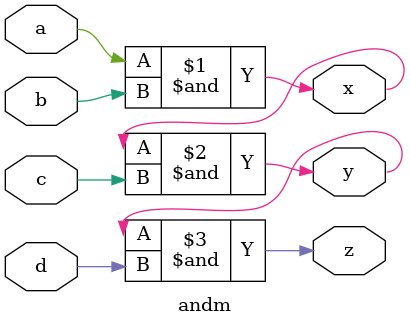
<source format=v>
`timescale 1ns / 1ps

module andm(
input a, b, c, d,
output x, y, z
    );
    
assign x = a&b;
assign y = x&c;
assign z = y&d;

endmodule

</source>
